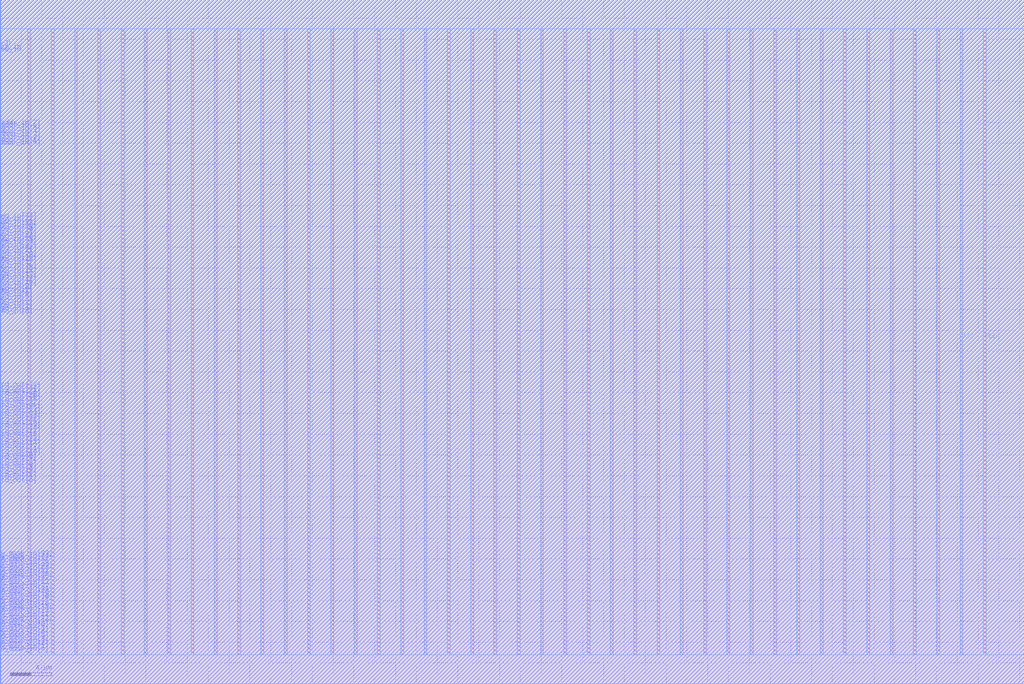
<source format=lef>
VERSION 5.7 ;
BUSBITCHARS "[]" ;
MACRO fakeram45_256x34_bottom
  FOREIGN fakeram45_256x34_bottom 0 0 ;
  SYMMETRY X Y R90 ;
  SIZE 98.420 BY 65.800 ;
  CLASS BLOCK ;
  PIN w_mask_in[0]
    DIRECTION INPUT ;
    USE SIGNAL ;
    SHAPE ABUTMENT ;
    PORT
      LAYER metal3 ;
      RECT 0.000 2.800 0.070 2.870 ;
    END
  END w_mask_in[0]
  PIN w_mask_in[1]
    DIRECTION INPUT ;
    USE SIGNAL ;
    SHAPE ABUTMENT ;
    PORT
      LAYER metal3 ;
      RECT 0.000 3.080 0.070 3.150 ;
    END
  END w_mask_in[1]
  PIN w_mask_in[2]
    DIRECTION INPUT ;
    USE SIGNAL ;
    SHAPE ABUTMENT ;
    PORT
      LAYER metal3 ;
      RECT 0.000 3.360 0.070 3.430 ;
    END
  END w_mask_in[2]
  PIN w_mask_in[3]
    DIRECTION INPUT ;
    USE SIGNAL ;
    SHAPE ABUTMENT ;
    PORT
      LAYER metal3 ;
      RECT 0.000 3.640 0.070 3.710 ;
    END
  END w_mask_in[3]
  PIN w_mask_in[4]
    DIRECTION INPUT ;
    USE SIGNAL ;
    SHAPE ABUTMENT ;
    PORT
      LAYER metal3 ;
      RECT 0.000 3.920 0.070 3.990 ;
    END
  END w_mask_in[4]
  PIN w_mask_in[5]
    DIRECTION INPUT ;
    USE SIGNAL ;
    SHAPE ABUTMENT ;
    PORT
      LAYER metal3 ;
      RECT 0.000 4.200 0.070 4.270 ;
    END
  END w_mask_in[5]
  PIN w_mask_in[6]
    DIRECTION INPUT ;
    USE SIGNAL ;
    SHAPE ABUTMENT ;
    PORT
      LAYER metal3 ;
      RECT 0.000 4.480 0.070 4.550 ;
    END
  END w_mask_in[6]
  PIN w_mask_in[7]
    DIRECTION INPUT ;
    USE SIGNAL ;
    SHAPE ABUTMENT ;
    PORT
      LAYER metal3 ;
      RECT 0.000 4.760 0.070 4.830 ;
    END
  END w_mask_in[7]
  PIN w_mask_in[8]
    DIRECTION INPUT ;
    USE SIGNAL ;
    SHAPE ABUTMENT ;
    PORT
      LAYER metal3 ;
      RECT 0.000 5.040 0.070 5.110 ;
    END
  END w_mask_in[8]
  PIN w_mask_in[9]
    DIRECTION INPUT ;
    USE SIGNAL ;
    SHAPE ABUTMENT ;
    PORT
      LAYER metal3 ;
      RECT 0.000 5.320 0.070 5.390 ;
    END
  END w_mask_in[9]
  PIN w_mask_in[10]
    DIRECTION INPUT ;
    USE SIGNAL ;
    SHAPE ABUTMENT ;
    PORT
      LAYER metal3 ;
      RECT 0.000 5.600 0.070 5.670 ;
    END
  END w_mask_in[10]
  PIN w_mask_in[11]
    DIRECTION INPUT ;
    USE SIGNAL ;
    SHAPE ABUTMENT ;
    PORT
      LAYER metal3 ;
      RECT 0.000 5.880 0.070 5.950 ;
    END
  END w_mask_in[11]
  PIN w_mask_in[12]
    DIRECTION INPUT ;
    USE SIGNAL ;
    SHAPE ABUTMENT ;
    PORT
      LAYER metal3 ;
      RECT 0.000 6.160 0.070 6.230 ;
    END
  END w_mask_in[12]
  PIN w_mask_in[13]
    DIRECTION INPUT ;
    USE SIGNAL ;
    SHAPE ABUTMENT ;
    PORT
      LAYER metal3 ;
      RECT 0.000 6.440 0.070 6.510 ;
    END
  END w_mask_in[13]
  PIN w_mask_in[14]
    DIRECTION INPUT ;
    USE SIGNAL ;
    SHAPE ABUTMENT ;
    PORT
      LAYER metal3 ;
      RECT 0.000 6.720 0.070 6.790 ;
    END
  END w_mask_in[14]
  PIN w_mask_in[15]
    DIRECTION INPUT ;
    USE SIGNAL ;
    SHAPE ABUTMENT ;
    PORT
      LAYER metal3 ;
      RECT 0.000 7.000 0.070 7.070 ;
    END
  END w_mask_in[15]
  PIN w_mask_in[16]
    DIRECTION INPUT ;
    USE SIGNAL ;
    SHAPE ABUTMENT ;
    PORT
      LAYER metal3 ;
      RECT 0.000 7.280 0.070 7.350 ;
    END
  END w_mask_in[16]
  PIN w_mask_in[17]
    DIRECTION INPUT ;
    USE SIGNAL ;
    SHAPE ABUTMENT ;
    PORT
      LAYER metal3 ;
      RECT 0.000 7.560 0.070 7.630 ;
    END
  END w_mask_in[17]
  PIN w_mask_in[18]
    DIRECTION INPUT ;
    USE SIGNAL ;
    SHAPE ABUTMENT ;
    PORT
      LAYER metal3 ;
      RECT 0.000 7.840 0.070 7.910 ;
    END
  END w_mask_in[18]
  PIN w_mask_in[19]
    DIRECTION INPUT ;
    USE SIGNAL ;
    SHAPE ABUTMENT ;
    PORT
      LAYER metal3 ;
      RECT 0.000 8.120 0.070 8.190 ;
    END
  END w_mask_in[19]
  PIN w_mask_in[20]
    DIRECTION INPUT ;
    USE SIGNAL ;
    SHAPE ABUTMENT ;
    PORT
      LAYER metal3 ;
      RECT 0.000 8.400 0.070 8.470 ;
    END
  END w_mask_in[20]
  PIN w_mask_in[21]
    DIRECTION INPUT ;
    USE SIGNAL ;
    SHAPE ABUTMENT ;
    PORT
      LAYER metal3 ;
      RECT 0.000 8.680 0.070 8.750 ;
    END
  END w_mask_in[21]
  PIN w_mask_in[22]
    DIRECTION INPUT ;
    USE SIGNAL ;
    SHAPE ABUTMENT ;
    PORT
      LAYER metal3 ;
      RECT 0.000 8.960 0.070 9.030 ;
    END
  END w_mask_in[22]
  PIN w_mask_in[23]
    DIRECTION INPUT ;
    USE SIGNAL ;
    SHAPE ABUTMENT ;
    PORT
      LAYER metal3 ;
      RECT 0.000 9.240 0.070 9.310 ;
    END
  END w_mask_in[23]
  PIN w_mask_in[24]
    DIRECTION INPUT ;
    USE SIGNAL ;
    SHAPE ABUTMENT ;
    PORT
      LAYER metal3 ;
      RECT 0.000 9.520 0.070 9.590 ;
    END
  END w_mask_in[24]
  PIN w_mask_in[25]
    DIRECTION INPUT ;
    USE SIGNAL ;
    SHAPE ABUTMENT ;
    PORT
      LAYER metal3 ;
      RECT 0.000 9.800 0.070 9.870 ;
    END
  END w_mask_in[25]
  PIN w_mask_in[26]
    DIRECTION INPUT ;
    USE SIGNAL ;
    SHAPE ABUTMENT ;
    PORT
      LAYER metal3 ;
      RECT 0.000 10.080 0.070 10.150 ;
    END
  END w_mask_in[26]
  PIN w_mask_in[27]
    DIRECTION INPUT ;
    USE SIGNAL ;
    SHAPE ABUTMENT ;
    PORT
      LAYER metal3 ;
      RECT 0.000 10.360 0.070 10.430 ;
    END
  END w_mask_in[27]
  PIN w_mask_in[28]
    DIRECTION INPUT ;
    USE SIGNAL ;
    SHAPE ABUTMENT ;
    PORT
      LAYER metal3 ;
      RECT 0.000 10.640 0.070 10.710 ;
    END
  END w_mask_in[28]
  PIN w_mask_in[29]
    DIRECTION INPUT ;
    USE SIGNAL ;
    SHAPE ABUTMENT ;
    PORT
      LAYER metal3 ;
      RECT 0.000 10.920 0.070 10.990 ;
    END
  END w_mask_in[29]
  PIN w_mask_in[30]
    DIRECTION INPUT ;
    USE SIGNAL ;
    SHAPE ABUTMENT ;
    PORT
      LAYER metal3 ;
      RECT 0.000 11.200 0.070 11.270 ;
    END
  END w_mask_in[30]
  PIN w_mask_in[31]
    DIRECTION INPUT ;
    USE SIGNAL ;
    SHAPE ABUTMENT ;
    PORT
      LAYER metal3 ;
      RECT 0.000 11.480 0.070 11.550 ;
    END
  END w_mask_in[31]
  PIN w_mask_in[32]
    DIRECTION INPUT ;
    USE SIGNAL ;
    SHAPE ABUTMENT ;
    PORT
      LAYER metal3 ;
      RECT 0.000 11.760 0.070 11.830 ;
    END
  END w_mask_in[32]
  PIN w_mask_in[33]
    DIRECTION INPUT ;
    USE SIGNAL ;
    SHAPE ABUTMENT ;
    PORT
      LAYER metal3 ;
      RECT 0.000 12.040 0.070 12.110 ;
    END
  END w_mask_in[33]
  PIN rd_out[0]
    DIRECTION OUTPUT ;
    USE SIGNAL ;
    SHAPE ABUTMENT ;
    PORT
      LAYER metal3 ;
      RECT 0.000 19.040 0.070 19.110 ;
    END
  END rd_out[0]
  PIN rd_out[1]
    DIRECTION OUTPUT ;
    USE SIGNAL ;
    SHAPE ABUTMENT ;
    PORT
      LAYER metal3 ;
      RECT 0.000 19.320 0.070 19.390 ;
    END
  END rd_out[1]
  PIN rd_out[2]
    DIRECTION OUTPUT ;
    USE SIGNAL ;
    SHAPE ABUTMENT ;
    PORT
      LAYER metal3 ;
      RECT 0.000 19.600 0.070 19.670 ;
    END
  END rd_out[2]
  PIN rd_out[3]
    DIRECTION OUTPUT ;
    USE SIGNAL ;
    SHAPE ABUTMENT ;
    PORT
      LAYER metal3 ;
      RECT 0.000 19.880 0.070 19.950 ;
    END
  END rd_out[3]
  PIN rd_out[4]
    DIRECTION OUTPUT ;
    USE SIGNAL ;
    SHAPE ABUTMENT ;
    PORT
      LAYER metal3 ;
      RECT 0.000 20.160 0.070 20.230 ;
    END
  END rd_out[4]
  PIN rd_out[5]
    DIRECTION OUTPUT ;
    USE SIGNAL ;
    SHAPE ABUTMENT ;
    PORT
      LAYER metal3 ;
      RECT 0.000 20.440 0.070 20.510 ;
    END
  END rd_out[5]
  PIN rd_out[6]
    DIRECTION OUTPUT ;
    USE SIGNAL ;
    SHAPE ABUTMENT ;
    PORT
      LAYER metal3 ;
      RECT 0.000 20.720 0.070 20.790 ;
    END
  END rd_out[6]
  PIN rd_out[7]
    DIRECTION OUTPUT ;
    USE SIGNAL ;
    SHAPE ABUTMENT ;
    PORT
      LAYER metal3 ;
      RECT 0.000 21.000 0.070 21.070 ;
    END
  END rd_out[7]
  PIN rd_out[8]
    DIRECTION OUTPUT ;
    USE SIGNAL ;
    SHAPE ABUTMENT ;
    PORT
      LAYER metal3 ;
      RECT 0.000 21.280 0.070 21.350 ;
    END
  END rd_out[8]
  PIN rd_out[9]
    DIRECTION OUTPUT ;
    USE SIGNAL ;
    SHAPE ABUTMENT ;
    PORT
      LAYER metal3 ;
      RECT 0.000 21.560 0.070 21.630 ;
    END
  END rd_out[9]
  PIN rd_out[10]
    DIRECTION OUTPUT ;
    USE SIGNAL ;
    SHAPE ABUTMENT ;
    PORT
      LAYER metal3 ;
      RECT 0.000 21.840 0.070 21.910 ;
    END
  END rd_out[10]
  PIN rd_out[11]
    DIRECTION OUTPUT ;
    USE SIGNAL ;
    SHAPE ABUTMENT ;
    PORT
      LAYER metal3 ;
      RECT 0.000 22.120 0.070 22.190 ;
    END
  END rd_out[11]
  PIN rd_out[12]
    DIRECTION OUTPUT ;
    USE SIGNAL ;
    SHAPE ABUTMENT ;
    PORT
      LAYER metal3 ;
      RECT 0.000 22.400 0.070 22.470 ;
    END
  END rd_out[12]
  PIN rd_out[13]
    DIRECTION OUTPUT ;
    USE SIGNAL ;
    SHAPE ABUTMENT ;
    PORT
      LAYER metal3 ;
      RECT 0.000 22.680 0.070 22.750 ;
    END
  END rd_out[13]
  PIN rd_out[14]
    DIRECTION OUTPUT ;
    USE SIGNAL ;
    SHAPE ABUTMENT ;
    PORT
      LAYER metal3 ;
      RECT 0.000 22.960 0.070 23.030 ;
    END
  END rd_out[14]
  PIN rd_out[15]
    DIRECTION OUTPUT ;
    USE SIGNAL ;
    SHAPE ABUTMENT ;
    PORT
      LAYER metal3 ;
      RECT 0.000 23.240 0.070 23.310 ;
    END
  END rd_out[15]
  PIN rd_out[16]
    DIRECTION OUTPUT ;
    USE SIGNAL ;
    SHAPE ABUTMENT ;
    PORT
      LAYER metal3 ;
      RECT 0.000 23.520 0.070 23.590 ;
    END
  END rd_out[16]
  PIN rd_out[17]
    DIRECTION OUTPUT ;
    USE SIGNAL ;
    SHAPE ABUTMENT ;
    PORT
      LAYER metal3 ;
      RECT 0.000 23.800 0.070 23.870 ;
    END
  END rd_out[17]
  PIN rd_out[18]
    DIRECTION OUTPUT ;
    USE SIGNAL ;
    SHAPE ABUTMENT ;
    PORT
      LAYER metal3 ;
      RECT 0.000 24.080 0.070 24.150 ;
    END
  END rd_out[18]
  PIN rd_out[19]
    DIRECTION OUTPUT ;
    USE SIGNAL ;
    SHAPE ABUTMENT ;
    PORT
      LAYER metal3 ;
      RECT 0.000 24.360 0.070 24.430 ;
    END
  END rd_out[19]
  PIN rd_out[20]
    DIRECTION OUTPUT ;
    USE SIGNAL ;
    SHAPE ABUTMENT ;
    PORT
      LAYER metal3 ;
      RECT 0.000 24.640 0.070 24.710 ;
    END
  END rd_out[20]
  PIN rd_out[21]
    DIRECTION OUTPUT ;
    USE SIGNAL ;
    SHAPE ABUTMENT ;
    PORT
      LAYER metal3 ;
      RECT 0.000 24.920 0.070 24.990 ;
    END
  END rd_out[21]
  PIN rd_out[22]
    DIRECTION OUTPUT ;
    USE SIGNAL ;
    SHAPE ABUTMENT ;
    PORT
      LAYER metal3 ;
      RECT 0.000 25.200 0.070 25.270 ;
    END
  END rd_out[22]
  PIN rd_out[23]
    DIRECTION OUTPUT ;
    USE SIGNAL ;
    SHAPE ABUTMENT ;
    PORT
      LAYER metal3 ;
      RECT 0.000 25.480 0.070 25.550 ;
    END
  END rd_out[23]
  PIN rd_out[24]
    DIRECTION OUTPUT ;
    USE SIGNAL ;
    SHAPE ABUTMENT ;
    PORT
      LAYER metal3 ;
      RECT 0.000 25.760 0.070 25.830 ;
    END
  END rd_out[24]
  PIN rd_out[25]
    DIRECTION OUTPUT ;
    USE SIGNAL ;
    SHAPE ABUTMENT ;
    PORT
      LAYER metal3 ;
      RECT 0.000 26.040 0.070 26.110 ;
    END
  END rd_out[25]
  PIN rd_out[26]
    DIRECTION OUTPUT ;
    USE SIGNAL ;
    SHAPE ABUTMENT ;
    PORT
      LAYER metal3 ;
      RECT 0.000 26.320 0.070 26.390 ;
    END
  END rd_out[26]
  PIN rd_out[27]
    DIRECTION OUTPUT ;
    USE SIGNAL ;
    SHAPE ABUTMENT ;
    PORT
      LAYER metal3 ;
      RECT 0.000 26.600 0.070 26.670 ;
    END
  END rd_out[27]
  PIN rd_out[28]
    DIRECTION OUTPUT ;
    USE SIGNAL ;
    SHAPE ABUTMENT ;
    PORT
      LAYER metal3 ;
      RECT 0.000 26.880 0.070 26.950 ;
    END
  END rd_out[28]
  PIN rd_out[29]
    DIRECTION OUTPUT ;
    USE SIGNAL ;
    SHAPE ABUTMENT ;
    PORT
      LAYER metal3 ;
      RECT 0.000 27.160 0.070 27.230 ;
    END
  END rd_out[29]
  PIN rd_out[30]
    DIRECTION OUTPUT ;
    USE SIGNAL ;
    SHAPE ABUTMENT ;
    PORT
      LAYER metal3 ;
      RECT 0.000 27.440 0.070 27.510 ;
    END
  END rd_out[30]
  PIN rd_out[31]
    DIRECTION OUTPUT ;
    USE SIGNAL ;
    SHAPE ABUTMENT ;
    PORT
      LAYER metal3 ;
      RECT 0.000 27.720 0.070 27.790 ;
    END
  END rd_out[31]
  PIN rd_out[32]
    DIRECTION OUTPUT ;
    USE SIGNAL ;
    SHAPE ABUTMENT ;
    PORT
      LAYER metal3 ;
      RECT 0.000 28.000 0.070 28.070 ;
    END
  END rd_out[32]
  PIN rd_out[33]
    DIRECTION OUTPUT ;
    USE SIGNAL ;
    SHAPE ABUTMENT ;
    PORT
      LAYER metal3 ;
      RECT 0.000 28.280 0.070 28.350 ;
    END
  END rd_out[33]
  PIN wd_in[0]
    DIRECTION INPUT ;
    USE SIGNAL ;
    SHAPE ABUTMENT ;
    PORT
      LAYER metal3 ;
      RECT 0.000 35.280 0.070 35.350 ;
    END
  END wd_in[0]
  PIN wd_in[1]
    DIRECTION INPUT ;
    USE SIGNAL ;
    SHAPE ABUTMENT ;
    PORT
      LAYER metal3 ;
      RECT 0.000 35.560 0.070 35.630 ;
    END
  END wd_in[1]
  PIN wd_in[2]
    DIRECTION INPUT ;
    USE SIGNAL ;
    SHAPE ABUTMENT ;
    PORT
      LAYER metal3 ;
      RECT 0.000 35.840 0.070 35.910 ;
    END
  END wd_in[2]
  PIN wd_in[3]
    DIRECTION INPUT ;
    USE SIGNAL ;
    SHAPE ABUTMENT ;
    PORT
      LAYER metal3 ;
      RECT 0.000 36.120 0.070 36.190 ;
    END
  END wd_in[3]
  PIN wd_in[4]
    DIRECTION INPUT ;
    USE SIGNAL ;
    SHAPE ABUTMENT ;
    PORT
      LAYER metal3 ;
      RECT 0.000 36.400 0.070 36.470 ;
    END
  END wd_in[4]
  PIN wd_in[5]
    DIRECTION INPUT ;
    USE SIGNAL ;
    SHAPE ABUTMENT ;
    PORT
      LAYER metal3 ;
      RECT 0.000 36.680 0.070 36.750 ;
    END
  END wd_in[5]
  PIN wd_in[6]
    DIRECTION INPUT ;
    USE SIGNAL ;
    SHAPE ABUTMENT ;
    PORT
      LAYER metal3 ;
      RECT 0.000 36.960 0.070 37.030 ;
    END
  END wd_in[6]
  PIN wd_in[7]
    DIRECTION INPUT ;
    USE SIGNAL ;
    SHAPE ABUTMENT ;
    PORT
      LAYER metal3 ;
      RECT 0.000 37.240 0.070 37.310 ;
    END
  END wd_in[7]
  PIN wd_in[8]
    DIRECTION INPUT ;
    USE SIGNAL ;
    SHAPE ABUTMENT ;
    PORT
      LAYER metal3 ;
      RECT 0.000 37.520 0.070 37.590 ;
    END
  END wd_in[8]
  PIN wd_in[9]
    DIRECTION INPUT ;
    USE SIGNAL ;
    SHAPE ABUTMENT ;
    PORT
      LAYER metal3 ;
      RECT 0.000 37.800 0.070 37.870 ;
    END
  END wd_in[9]
  PIN wd_in[10]
    DIRECTION INPUT ;
    USE SIGNAL ;
    SHAPE ABUTMENT ;
    PORT
      LAYER metal3 ;
      RECT 0.000 38.080 0.070 38.150 ;
    END
  END wd_in[10]
  PIN wd_in[11]
    DIRECTION INPUT ;
    USE SIGNAL ;
    SHAPE ABUTMENT ;
    PORT
      LAYER metal3 ;
      RECT 0.000 38.360 0.070 38.430 ;
    END
  END wd_in[11]
  PIN wd_in[12]
    DIRECTION INPUT ;
    USE SIGNAL ;
    SHAPE ABUTMENT ;
    PORT
      LAYER metal3 ;
      RECT 0.000 38.640 0.070 38.710 ;
    END
  END wd_in[12]
  PIN wd_in[13]
    DIRECTION INPUT ;
    USE SIGNAL ;
    SHAPE ABUTMENT ;
    PORT
      LAYER metal3 ;
      RECT 0.000 38.920 0.070 38.990 ;
    END
  END wd_in[13]
  PIN wd_in[14]
    DIRECTION INPUT ;
    USE SIGNAL ;
    SHAPE ABUTMENT ;
    PORT
      LAYER metal3 ;
      RECT 0.000 39.200 0.070 39.270 ;
    END
  END wd_in[14]
  PIN wd_in[15]
    DIRECTION INPUT ;
    USE SIGNAL ;
    SHAPE ABUTMENT ;
    PORT
      LAYER metal3 ;
      RECT 0.000 39.480 0.070 39.550 ;
    END
  END wd_in[15]
  PIN wd_in[16]
    DIRECTION INPUT ;
    USE SIGNAL ;
    SHAPE ABUTMENT ;
    PORT
      LAYER metal3 ;
      RECT 0.000 39.760 0.070 39.830 ;
    END
  END wd_in[16]
  PIN wd_in[17]
    DIRECTION INPUT ;
    USE SIGNAL ;
    SHAPE ABUTMENT ;
    PORT
      LAYER metal3 ;
      RECT 0.000 40.040 0.070 40.110 ;
    END
  END wd_in[17]
  PIN wd_in[18]
    DIRECTION INPUT ;
    USE SIGNAL ;
    SHAPE ABUTMENT ;
    PORT
      LAYER metal3 ;
      RECT 0.000 40.320 0.070 40.390 ;
    END
  END wd_in[18]
  PIN wd_in[19]
    DIRECTION INPUT ;
    USE SIGNAL ;
    SHAPE ABUTMENT ;
    PORT
      LAYER metal3 ;
      RECT 0.000 40.600 0.070 40.670 ;
    END
  END wd_in[19]
  PIN wd_in[20]
    DIRECTION INPUT ;
    USE SIGNAL ;
    SHAPE ABUTMENT ;
    PORT
      LAYER metal3 ;
      RECT 0.000 40.880 0.070 40.950 ;
    END
  END wd_in[20]
  PIN wd_in[21]
    DIRECTION INPUT ;
    USE SIGNAL ;
    SHAPE ABUTMENT ;
    PORT
      LAYER metal3 ;
      RECT 0.000 41.160 0.070 41.230 ;
    END
  END wd_in[21]
  PIN wd_in[22]
    DIRECTION INPUT ;
    USE SIGNAL ;
    SHAPE ABUTMENT ;
    PORT
      LAYER metal3 ;
      RECT 0.000 41.440 0.070 41.510 ;
    END
  END wd_in[22]
  PIN wd_in[23]
    DIRECTION INPUT ;
    USE SIGNAL ;
    SHAPE ABUTMENT ;
    PORT
      LAYER metal3 ;
      RECT 0.000 41.720 0.070 41.790 ;
    END
  END wd_in[23]
  PIN wd_in[24]
    DIRECTION INPUT ;
    USE SIGNAL ;
    SHAPE ABUTMENT ;
    PORT
      LAYER metal3 ;
      RECT 0.000 42.000 0.070 42.070 ;
    END
  END wd_in[24]
  PIN wd_in[25]
    DIRECTION INPUT ;
    USE SIGNAL ;
    SHAPE ABUTMENT ;
    PORT
      LAYER metal3 ;
      RECT 0.000 42.280 0.070 42.350 ;
    END
  END wd_in[25]
  PIN wd_in[26]
    DIRECTION INPUT ;
    USE SIGNAL ;
    SHAPE ABUTMENT ;
    PORT
      LAYER metal3 ;
      RECT 0.000 42.560 0.070 42.630 ;
    END
  END wd_in[26]
  PIN wd_in[27]
    DIRECTION INPUT ;
    USE SIGNAL ;
    SHAPE ABUTMENT ;
    PORT
      LAYER metal3 ;
      RECT 0.000 42.840 0.070 42.910 ;
    END
  END wd_in[27]
  PIN wd_in[28]
    DIRECTION INPUT ;
    USE SIGNAL ;
    SHAPE ABUTMENT ;
    PORT
      LAYER metal3 ;
      RECT 0.000 43.120 0.070 43.190 ;
    END
  END wd_in[28]
  PIN wd_in[29]
    DIRECTION INPUT ;
    USE SIGNAL ;
    SHAPE ABUTMENT ;
    PORT
      LAYER metal3 ;
      RECT 0.000 43.400 0.070 43.470 ;
    END
  END wd_in[29]
  PIN wd_in[30]
    DIRECTION INPUT ;
    USE SIGNAL ;
    SHAPE ABUTMENT ;
    PORT
      LAYER metal3 ;
      RECT 0.000 43.680 0.070 43.750 ;
    END
  END wd_in[30]
  PIN wd_in[31]
    DIRECTION INPUT ;
    USE SIGNAL ;
    SHAPE ABUTMENT ;
    PORT
      LAYER metal3 ;
      RECT 0.000 43.960 0.070 44.030 ;
    END
  END wd_in[31]
  PIN wd_in[32]
    DIRECTION INPUT ;
    USE SIGNAL ;
    SHAPE ABUTMENT ;
    PORT
      LAYER metal3 ;
      RECT 0.000 44.240 0.070 44.310 ;
    END
  END wd_in[32]
  PIN wd_in[33]
    DIRECTION INPUT ;
    USE SIGNAL ;
    SHAPE ABUTMENT ;
    PORT
      LAYER metal3 ;
      RECT 0.000 44.520 0.070 44.590 ;
    END
  END wd_in[33]
  PIN addr_in[0]
    DIRECTION INPUT ;
    USE SIGNAL ;
    SHAPE ABUTMENT ;
    PORT
      LAYER metal3 ;
      RECT 0.000 51.520 0.070 51.590 ;
    END
  END addr_in[0]
  PIN addr_in[1]
    DIRECTION INPUT ;
    USE SIGNAL ;
    SHAPE ABUTMENT ;
    PORT
      LAYER metal3 ;
      RECT 0.000 51.800 0.070 51.870 ;
    END
  END addr_in[1]
  PIN addr_in[2]
    DIRECTION INPUT ;
    USE SIGNAL ;
    SHAPE ABUTMENT ;
    PORT
      LAYER metal3 ;
      RECT 0.000 52.080 0.070 52.150 ;
    END
  END addr_in[2]
  PIN addr_in[3]
    DIRECTION INPUT ;
    USE SIGNAL ;
    SHAPE ABUTMENT ;
    PORT
      LAYER metal3 ;
      RECT 0.000 52.360 0.070 52.430 ;
    END
  END addr_in[3]
  PIN addr_in[4]
    DIRECTION INPUT ;
    USE SIGNAL ;
    SHAPE ABUTMENT ;
    PORT
      LAYER metal3 ;
      RECT 0.000 52.640 0.070 52.710 ;
    END
  END addr_in[4]
  PIN addr_in[5]
    DIRECTION INPUT ;
    USE SIGNAL ;
    SHAPE ABUTMENT ;
    PORT
      LAYER metal3 ;
      RECT 0.000 52.920 0.070 52.990 ;
    END
  END addr_in[5]
  PIN addr_in[6]
    DIRECTION INPUT ;
    USE SIGNAL ;
    SHAPE ABUTMENT ;
    PORT
      LAYER metal3 ;
      RECT 0.000 53.200 0.070 53.270 ;
    END
  END addr_in[6]
  PIN addr_in[7]
    DIRECTION INPUT ;
    USE SIGNAL ;
    SHAPE ABUTMENT ;
    PORT
      LAYER metal3 ;
      RECT 0.000 53.480 0.070 53.550 ;
    END
  END addr_in[7]
  PIN we_in
    DIRECTION INPUT ;
    USE SIGNAL ;
    SHAPE ABUTMENT ;
    PORT
      LAYER metal3 ;
      RECT 0.000 60.480 0.070 60.550 ;
    END
  END we_in
  PIN ce_in
    DIRECTION INPUT ;
    USE SIGNAL ;
    SHAPE ABUTMENT ;
    PORT
      LAYER metal3 ;
      RECT 0.000 60.760 0.070 60.830 ;
    END
  END ce_in
  PIN clk
    DIRECTION INPUT ;
    USE SIGNAL ;
    SHAPE ABUTMENT ;
    PORT
      LAYER metal3 ;
      RECT 0.000 61.040 0.070 61.110 ;
    END
  END clk
  PIN VSS
    DIRECTION INOUT ;
    USE GROUND ;
    PORT
      LAYER metal4 ;
      RECT 2.660 2.800 2.940 63.000 ;
      RECT 7.140 2.800 7.420 63.000 ;
      RECT 11.620 2.800 11.900 63.000 ;
      RECT 16.100 2.800 16.380 63.000 ;
      RECT 20.580 2.800 20.860 63.000 ;
      RECT 25.060 2.800 25.340 63.000 ;
      RECT 29.540 2.800 29.820 63.000 ;
      RECT 34.020 2.800 34.300 63.000 ;
      RECT 38.500 2.800 38.780 63.000 ;
      RECT 42.980 2.800 43.260 63.000 ;
      RECT 47.460 2.800 47.740 63.000 ;
      RECT 51.940 2.800 52.220 63.000 ;
      RECT 56.420 2.800 56.700 63.000 ;
      RECT 60.900 2.800 61.180 63.000 ;
      RECT 65.380 2.800 65.660 63.000 ;
      RECT 69.860 2.800 70.140 63.000 ;
      RECT 74.340 2.800 74.620 63.000 ;
      RECT 78.820 2.800 79.100 63.000 ;
      RECT 83.300 2.800 83.580 63.000 ;
      RECT 87.780 2.800 88.060 63.000 ;
      RECT 92.260 2.800 92.540 63.000 ;
    END
  END VSS
  PIN VDD
    DIRECTION INOUT ;
    USE POWER ;
    PORT
      LAYER metal4 ;
      RECT 4.900 2.800 5.180 63.000 ;
      RECT 9.380 2.800 9.660 63.000 ;
      RECT 13.860 2.800 14.140 63.000 ;
      RECT 18.340 2.800 18.620 63.000 ;
      RECT 22.820 2.800 23.100 63.000 ;
      RECT 27.300 2.800 27.580 63.000 ;
      RECT 31.780 2.800 32.060 63.000 ;
      RECT 36.260 2.800 36.540 63.000 ;
      RECT 40.740 2.800 41.020 63.000 ;
      RECT 45.220 2.800 45.500 63.000 ;
      RECT 49.700 2.800 49.980 63.000 ;
      RECT 54.180 2.800 54.460 63.000 ;
      RECT 58.660 2.800 58.940 63.000 ;
      RECT 63.140 2.800 63.420 63.000 ;
      RECT 67.620 2.800 67.900 63.000 ;
      RECT 72.100 2.800 72.380 63.000 ;
      RECT 76.580 2.800 76.860 63.000 ;
      RECT 81.060 2.800 81.340 63.000 ;
      RECT 85.540 2.800 85.820 63.000 ;
      RECT 90.020 2.800 90.300 63.000 ;
      RECT 94.500 2.800 94.780 63.000 ;
    END
  END VDD
  OBS
    LAYER metal1 ;
    RECT 0 0 98.420 65.800 ;
    LAYER metal2 ;
    RECT 0 0 98.420 65.800 ;
    LAYER metal3 ;
    RECT 0.070 0 98.420 65.800 ;
    RECT 0 0.000 0.070 2.800 ;
    RECT 0 2.870 0.070 3.080 ;
    RECT 0 3.150 0.070 3.360 ;
    RECT 0 3.430 0.070 3.640 ;
    RECT 0 3.710 0.070 3.920 ;
    RECT 0 3.990 0.070 4.200 ;
    RECT 0 4.270 0.070 4.480 ;
    RECT 0 4.550 0.070 4.760 ;
    RECT 0 4.830 0.070 5.040 ;
    RECT 0 5.110 0.070 5.320 ;
    RECT 0 5.390 0.070 5.600 ;
    RECT 0 5.670 0.070 5.880 ;
    RECT 0 5.950 0.070 6.160 ;
    RECT 0 6.230 0.070 6.440 ;
    RECT 0 6.510 0.070 6.720 ;
    RECT 0 6.790 0.070 7.000 ;
    RECT 0 7.070 0.070 7.280 ;
    RECT 0 7.350 0.070 7.560 ;
    RECT 0 7.630 0.070 7.840 ;
    RECT 0 7.910 0.070 8.120 ;
    RECT 0 8.190 0.070 8.400 ;
    RECT 0 8.470 0.070 8.680 ;
    RECT 0 8.750 0.070 8.960 ;
    RECT 0 9.030 0.070 9.240 ;
    RECT 0 9.310 0.070 9.520 ;
    RECT 0 9.590 0.070 9.800 ;
    RECT 0 9.870 0.070 10.080 ;
    RECT 0 10.150 0.070 10.360 ;
    RECT 0 10.430 0.070 10.640 ;
    RECT 0 10.710 0.070 10.920 ;
    RECT 0 10.990 0.070 11.200 ;
    RECT 0 11.270 0.070 11.480 ;
    RECT 0 11.550 0.070 11.760 ;
    RECT 0 11.830 0.070 12.040 ;
    RECT 0 12.110 0.070 19.040 ;
    RECT 0 19.110 0.070 19.320 ;
    RECT 0 19.390 0.070 19.600 ;
    RECT 0 19.670 0.070 19.880 ;
    RECT 0 19.950 0.070 20.160 ;
    RECT 0 20.230 0.070 20.440 ;
    RECT 0 20.510 0.070 20.720 ;
    RECT 0 20.790 0.070 21.000 ;
    RECT 0 21.070 0.070 21.280 ;
    RECT 0 21.350 0.070 21.560 ;
    RECT 0 21.630 0.070 21.840 ;
    RECT 0 21.910 0.070 22.120 ;
    RECT 0 22.190 0.070 22.400 ;
    RECT 0 22.470 0.070 22.680 ;
    RECT 0 22.750 0.070 22.960 ;
    RECT 0 23.030 0.070 23.240 ;
    RECT 0 23.310 0.070 23.520 ;
    RECT 0 23.590 0.070 23.800 ;
    RECT 0 23.870 0.070 24.080 ;
    RECT 0 24.150 0.070 24.360 ;
    RECT 0 24.430 0.070 24.640 ;
    RECT 0 24.710 0.070 24.920 ;
    RECT 0 24.990 0.070 25.200 ;
    RECT 0 25.270 0.070 25.480 ;
    RECT 0 25.550 0.070 25.760 ;
    RECT 0 25.830 0.070 26.040 ;
    RECT 0 26.110 0.070 26.320 ;
    RECT 0 26.390 0.070 26.600 ;
    RECT 0 26.670 0.070 26.880 ;
    RECT 0 26.950 0.070 27.160 ;
    RECT 0 27.230 0.070 27.440 ;
    RECT 0 27.510 0.070 27.720 ;
    RECT 0 27.790 0.070 28.000 ;
    RECT 0 28.070 0.070 28.280 ;
    RECT 0 28.350 0.070 35.280 ;
    RECT 0 35.350 0.070 35.560 ;
    RECT 0 35.630 0.070 35.840 ;
    RECT 0 35.910 0.070 36.120 ;
    RECT 0 36.190 0.070 36.400 ;
    RECT 0 36.470 0.070 36.680 ;
    RECT 0 36.750 0.070 36.960 ;
    RECT 0 37.030 0.070 37.240 ;
    RECT 0 37.310 0.070 37.520 ;
    RECT 0 37.590 0.070 37.800 ;
    RECT 0 37.870 0.070 38.080 ;
    RECT 0 38.150 0.070 38.360 ;
    RECT 0 38.430 0.070 38.640 ;
    RECT 0 38.710 0.070 38.920 ;
    RECT 0 38.990 0.070 39.200 ;
    RECT 0 39.270 0.070 39.480 ;
    RECT 0 39.550 0.070 39.760 ;
    RECT 0 39.830 0.070 40.040 ;
    RECT 0 40.110 0.070 40.320 ;
    RECT 0 40.390 0.070 40.600 ;
    RECT 0 40.670 0.070 40.880 ;
    RECT 0 40.950 0.070 41.160 ;
    RECT 0 41.230 0.070 41.440 ;
    RECT 0 41.510 0.070 41.720 ;
    RECT 0 41.790 0.070 42.000 ;
    RECT 0 42.070 0.070 42.280 ;
    RECT 0 42.350 0.070 42.560 ;
    RECT 0 42.630 0.070 42.840 ;
    RECT 0 42.910 0.070 43.120 ;
    RECT 0 43.190 0.070 43.400 ;
    RECT 0 43.470 0.070 43.680 ;
    RECT 0 43.750 0.070 43.960 ;
    RECT 0 44.030 0.070 44.240 ;
    RECT 0 44.310 0.070 44.520 ;
    RECT 0 44.590 0.070 51.520 ;
    RECT 0 51.590 0.070 51.800 ;
    RECT 0 51.870 0.070 52.080 ;
    RECT 0 52.150 0.070 52.360 ;
    RECT 0 52.430 0.070 52.640 ;
    RECT 0 52.710 0.070 52.920 ;
    RECT 0 52.990 0.070 53.200 ;
    RECT 0 53.270 0.070 53.480 ;
    RECT 0 53.550 0.070 60.480 ;
    RECT 0 60.550 0.070 60.760 ;
    RECT 0 60.830 0.070 61.040 ;
    RECT 0 61.110 0.070 65.800 ;
    LAYER metal4 ;
    RECT 0 0 98.420 2.800 ;
    RECT 0 63.000 98.420 65.800 ;
    RECT 0.000 2.800 2.660 63.000 ;
    RECT 2.940 2.800 4.900 63.000 ;
    RECT 5.180 2.800 7.140 63.000 ;
    RECT 7.420 2.800 9.380 63.000 ;
    RECT 9.660 2.800 11.620 63.000 ;
    RECT 11.900 2.800 13.860 63.000 ;
    RECT 14.140 2.800 16.100 63.000 ;
    RECT 16.380 2.800 18.340 63.000 ;
    RECT 18.620 2.800 20.580 63.000 ;
    RECT 20.860 2.800 22.820 63.000 ;
    RECT 23.100 2.800 25.060 63.000 ;
    RECT 25.340 2.800 27.300 63.000 ;
    RECT 27.580 2.800 29.540 63.000 ;
    RECT 29.820 2.800 31.780 63.000 ;
    RECT 32.060 2.800 34.020 63.000 ;
    RECT 34.300 2.800 36.260 63.000 ;
    RECT 36.540 2.800 38.500 63.000 ;
    RECT 38.780 2.800 40.740 63.000 ;
    RECT 41.020 2.800 42.980 63.000 ;
    RECT 43.260 2.800 45.220 63.000 ;
    RECT 45.500 2.800 47.460 63.000 ;
    RECT 47.740 2.800 49.700 63.000 ;
    RECT 49.980 2.800 51.940 63.000 ;
    RECT 52.220 2.800 54.180 63.000 ;
    RECT 54.460 2.800 56.420 63.000 ;
    RECT 56.700 2.800 58.660 63.000 ;
    RECT 58.940 2.800 60.900 63.000 ;
    RECT 61.180 2.800 63.140 63.000 ;
    RECT 63.420 2.800 65.380 63.000 ;
    RECT 65.660 2.800 67.620 63.000 ;
    RECT 67.900 2.800 69.860 63.000 ;
    RECT 70.140 2.800 72.100 63.000 ;
    RECT 72.380 2.800 74.340 63.000 ;
    RECT 74.620 2.800 76.580 63.000 ;
    RECT 76.860 2.800 78.820 63.000 ;
    RECT 79.100 2.800 81.060 63.000 ;
    RECT 81.340 2.800 83.300 63.000 ;
    RECT 83.580 2.800 85.540 63.000 ;
    RECT 85.820 2.800 87.780 63.000 ;
    RECT 88.060 2.800 90.020 63.000 ;
    RECT 90.300 2.800 92.260 63.000 ;
    RECT 92.540 2.800 94.500 63.000 ;
    RECT 94.780 2.800 98.420 63.000 ;
  END
END fakeram45_256x34_bottom

END LIBRARY

</source>
